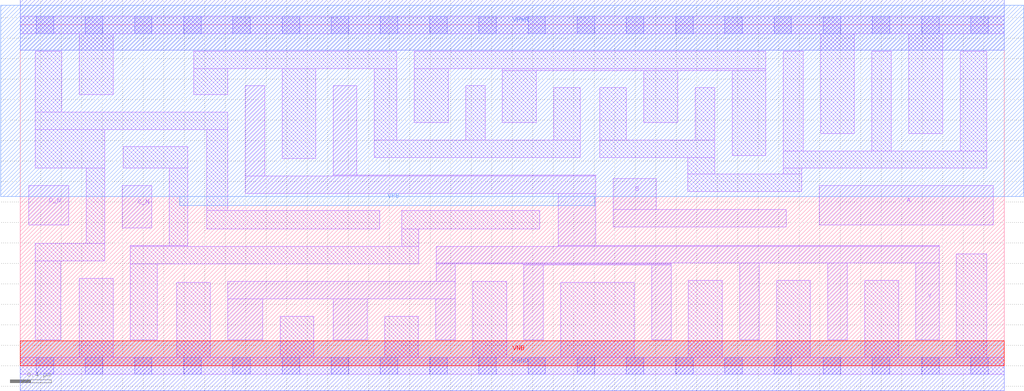
<source format=lef>
# Copyright 2020 The SkyWater PDK Authors
#
# Licensed under the Apache License, Version 2.0 (the "License");
# you may not use this file except in compliance with the License.
# You may obtain a copy of the License at
#
#     https://www.apache.org/licenses/LICENSE-2.0
#
# Unless required by applicable law or agreed to in writing, software
# distributed under the License is distributed on an "AS IS" BASIS,
# WITHOUT WARRANTIES OR CONDITIONS OF ANY KIND, either express or implied.
# See the License for the specific language governing permissions and
# limitations under the License.
#
# SPDX-License-Identifier: Apache-2.0

VERSION 5.7 ;
  NOWIREEXTENSIONATPIN ON ;
  DIVIDERCHAR "/" ;
  BUSBITCHARS "[]" ;
MACRO sky130_fd_sc_lp__nor4bb_4
  CLASS CORE ;
  FOREIGN sky130_fd_sc_lp__nor4bb_4 ;
  ORIGIN  0.000000  0.000000 ;
  SIZE  9.600000 BY  3.330000 ;
  SYMMETRY X Y R90 ;
  SITE unit ;
  PIN A
    ANTENNAGATEAREA  1.260000 ;
    DIRECTION INPUT ;
    USE SIGNAL ;
    PORT
      LAYER li1 ;
        RECT 7.795000 1.375000 9.495000 1.760000 ;
    END
  END A
  PIN B
    ANTENNAGATEAREA  1.260000 ;
    DIRECTION INPUT ;
    USE SIGNAL ;
    PORT
      LAYER li1 ;
        RECT 5.785000 1.355000 7.475000 1.525000 ;
        RECT 5.785000 1.525000 6.205000 1.830000 ;
    END
  END B
  PIN C_N
    ANTENNAGATEAREA  0.315000 ;
    DIRECTION INPUT ;
    USE SIGNAL ;
    PORT
      LAYER li1 ;
        RECT 0.995000 1.345000 1.285000 1.760000 ;
    END
  END C_N
  PIN D_N
    ANTENNAGATEAREA  0.315000 ;
    DIRECTION INPUT ;
    USE SIGNAL ;
    PORT
      LAYER li1 ;
        RECT 0.085000 1.375000 0.475000 1.760000 ;
    END
  END D_N
  PIN Y
    ANTENNADIFFAREA  2.587200 ;
    DIRECTION OUTPUT ;
    USE SIGNAL ;
    PORT
      LAYER li1 ;
        RECT 2.025000 0.255000 2.365000 0.655000 ;
        RECT 2.025000 0.655000 4.245000 0.825000 ;
        RECT 2.195000 1.685000 5.615000 1.855000 ;
        RECT 2.195000 1.855000 2.385000 2.735000 ;
        RECT 3.055000 0.255000 3.385000 0.655000 ;
        RECT 3.055000 1.855000 5.615000 1.865000 ;
        RECT 3.055000 1.865000 3.285000 2.735000 ;
        RECT 4.055000 0.255000 4.245000 0.655000 ;
        RECT 4.060000 0.825000 4.245000 0.995000 ;
        RECT 4.060000 0.995000 6.350000 1.005000 ;
        RECT 4.060000 1.005000 8.965000 1.165000 ;
        RECT 4.915000 0.255000 5.105000 0.985000 ;
        RECT 4.915000 0.985000 6.350000 0.995000 ;
        RECT 5.250000 1.165000 8.965000 1.175000 ;
        RECT 5.250000 1.175000 5.615000 1.685000 ;
        RECT 6.160000 0.255000 6.350000 0.985000 ;
        RECT 7.020000 0.255000 7.210000 1.005000 ;
        RECT 7.880000 0.255000 8.070000 1.005000 ;
        RECT 8.740000 0.255000 8.965000 1.005000 ;
    END
  END Y
  PIN VGND
    DIRECTION INOUT ;
    USE GROUND ;
    PORT
      LAYER met1 ;
        RECT 0.000000 -0.245000 9.600000 0.245000 ;
    END
  END VGND
  PIN VNB
    DIRECTION INOUT ;
    USE GROUND ;
    PORT
      LAYER pwell ;
        RECT 0.000000 0.000000 9.600000 0.245000 ;
    END
  END VNB
  PIN VPB
    DIRECTION INOUT ;
    USE POWER ;
    PORT
      LAYER nwell ;
        RECT -0.190000 1.655000 9.790000 3.520000 ;
        RECT  1.555000 1.565000 5.605000 1.655000 ;
    END
  END VPB
  PIN VPWR
    DIRECTION INOUT ;
    USE POWER ;
    PORT
      LAYER met1 ;
        RECT 0.000000 3.085000 9.600000 3.575000 ;
    END
  END VPWR
  OBS
    LAYER li1 ;
      RECT 0.000000 -0.085000 9.600000 0.085000 ;
      RECT 0.000000  3.245000 9.600000 3.415000 ;
      RECT 0.145000  0.255000 0.395000 1.025000 ;
      RECT 0.145000  1.025000 0.825000 1.195000 ;
      RECT 0.145000  1.930000 0.825000 2.310000 ;
      RECT 0.145000  2.310000 2.025000 2.480000 ;
      RECT 0.145000  2.480000 0.405000 3.075000 ;
      RECT 0.575000  0.085000 0.905000 0.855000 ;
      RECT 0.575000  2.650000 0.905000 3.245000 ;
      RECT 0.645000  1.195000 0.825000 1.930000 ;
      RECT 1.005000  1.930000 1.635000 2.140000 ;
      RECT 1.075000  0.255000 1.335000 0.995000 ;
      RECT 1.075000  0.995000 3.890000 1.165000 ;
      RECT 1.075000  1.165000 1.635000 1.175000 ;
      RECT 1.455000  1.175000 1.635000 1.930000 ;
      RECT 1.525000  0.085000 1.855000 0.815000 ;
      RECT 1.695000  2.650000 2.025000 2.905000 ;
      RECT 1.695000  2.905000 3.675000 3.075000 ;
      RECT 1.820000  1.335000 3.510000 1.515000 ;
      RECT 1.820000  1.515000 2.025000 2.310000 ;
      RECT 2.535000  0.085000 2.865000 0.485000 ;
      RECT 2.555000  2.025000 2.885000 2.905000 ;
      RECT 3.455000  2.035000 5.465000 2.205000 ;
      RECT 3.455000  2.205000 3.675000 2.905000 ;
      RECT 3.555000  0.085000 3.885000 0.485000 ;
      RECT 3.720000  1.165000 3.890000 1.335000 ;
      RECT 3.720000  1.335000 5.070000 1.515000 ;
      RECT 3.845000  2.375000 4.175000 2.905000 ;
      RECT 3.845000  2.905000 7.275000 3.075000 ;
      RECT 4.345000  2.205000 4.535000 2.735000 ;
      RECT 4.415000  0.085000 4.745000 0.825000 ;
      RECT 4.705000  2.375000 5.035000 2.885000 ;
      RECT 4.705000  2.885000 7.275000 2.905000 ;
      RECT 5.205000  2.205000 5.465000 2.715000 ;
      RECT 5.275000  0.085000 5.990000 0.815000 ;
      RECT 5.655000  2.035000 6.775000 2.205000 ;
      RECT 5.655000  2.205000 5.915000 2.715000 ;
      RECT 6.085000  2.375000 6.415000 2.885000 ;
      RECT 6.515000  1.705000 7.625000 1.875000 ;
      RECT 6.515000  1.875000 6.775000 2.035000 ;
      RECT 6.520000  0.085000 6.850000 0.835000 ;
      RECT 6.585000  2.205000 6.775000 2.715000 ;
      RECT 6.945000  2.055000 7.275000 2.885000 ;
      RECT 7.380000  0.085000 7.710000 0.835000 ;
      RECT 7.445000  1.875000 7.625000 1.930000 ;
      RECT 7.445000  1.930000 9.430000 2.100000 ;
      RECT 7.445000  2.100000 7.640000 3.075000 ;
      RECT 7.810000  2.270000 8.140000 3.245000 ;
      RECT 8.240000  0.085000 8.570000 0.835000 ;
      RECT 8.310000  2.100000 8.500000 3.075000 ;
      RECT 8.670000  2.270000 9.000000 3.245000 ;
      RECT 9.135000  0.085000 9.430000 1.095000 ;
      RECT 9.170000  2.100000 9.430000 3.075000 ;
    LAYER mcon ;
      RECT 0.155000 -0.085000 0.325000 0.085000 ;
      RECT 0.155000  3.245000 0.325000 3.415000 ;
      RECT 0.635000 -0.085000 0.805000 0.085000 ;
      RECT 0.635000  3.245000 0.805000 3.415000 ;
      RECT 1.115000 -0.085000 1.285000 0.085000 ;
      RECT 1.115000  3.245000 1.285000 3.415000 ;
      RECT 1.595000 -0.085000 1.765000 0.085000 ;
      RECT 1.595000  3.245000 1.765000 3.415000 ;
      RECT 2.075000 -0.085000 2.245000 0.085000 ;
      RECT 2.075000  3.245000 2.245000 3.415000 ;
      RECT 2.555000 -0.085000 2.725000 0.085000 ;
      RECT 2.555000  3.245000 2.725000 3.415000 ;
      RECT 3.035000 -0.085000 3.205000 0.085000 ;
      RECT 3.035000  3.245000 3.205000 3.415000 ;
      RECT 3.515000 -0.085000 3.685000 0.085000 ;
      RECT 3.515000  3.245000 3.685000 3.415000 ;
      RECT 3.995000 -0.085000 4.165000 0.085000 ;
      RECT 3.995000  3.245000 4.165000 3.415000 ;
      RECT 4.475000 -0.085000 4.645000 0.085000 ;
      RECT 4.475000  3.245000 4.645000 3.415000 ;
      RECT 4.955000 -0.085000 5.125000 0.085000 ;
      RECT 4.955000  3.245000 5.125000 3.415000 ;
      RECT 5.435000 -0.085000 5.605000 0.085000 ;
      RECT 5.435000  3.245000 5.605000 3.415000 ;
      RECT 5.915000 -0.085000 6.085000 0.085000 ;
      RECT 5.915000  3.245000 6.085000 3.415000 ;
      RECT 6.395000 -0.085000 6.565000 0.085000 ;
      RECT 6.395000  3.245000 6.565000 3.415000 ;
      RECT 6.875000 -0.085000 7.045000 0.085000 ;
      RECT 6.875000  3.245000 7.045000 3.415000 ;
      RECT 7.355000 -0.085000 7.525000 0.085000 ;
      RECT 7.355000  3.245000 7.525000 3.415000 ;
      RECT 7.835000 -0.085000 8.005000 0.085000 ;
      RECT 7.835000  3.245000 8.005000 3.415000 ;
      RECT 8.315000 -0.085000 8.485000 0.085000 ;
      RECT 8.315000  3.245000 8.485000 3.415000 ;
      RECT 8.795000 -0.085000 8.965000 0.085000 ;
      RECT 8.795000  3.245000 8.965000 3.415000 ;
      RECT 9.275000 -0.085000 9.445000 0.085000 ;
      RECT 9.275000  3.245000 9.445000 3.415000 ;
  END
END sky130_fd_sc_lp__nor4bb_4
END LIBRARY

</source>
